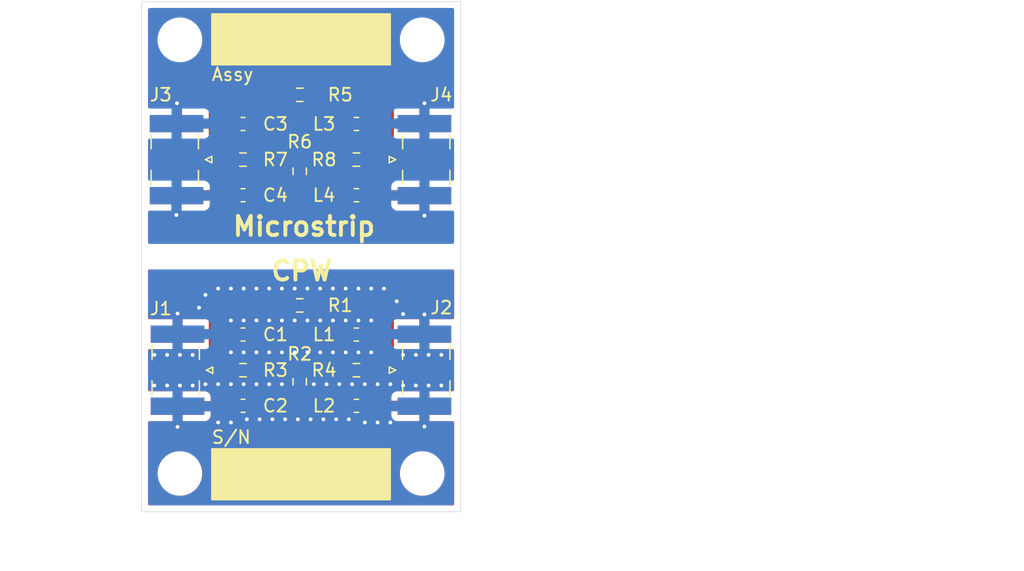
<source format=kicad_pcb>
(kicad_pcb (version 20240108) (generator "pcbnew") (generator_version "8.0")
  (title_block (title "Filtro de preenfasis") (date "2025-01-09") (rev "v1.3") (company "Cotti Nicolas Gabriel") (comment 1 "ncotti@frba.utn.edu.ar"))
  (layers (0 "F.Cu" signal) (31 "B.Cu" signal) (34 "B.Paste" user) (35 "F.Paste" user) (36 "B.SilkS" user "B.Silkscreen") (37 "F.SilkS" user "F.Silkscreen") (38 "B.Mask" user) (39 "F.Mask" user) (44 "Edge.Cuts" user))
  (net 0 "")
  (net 1 "Net-(J1-In)")
  (net 2 "Net-(C1-Pad2)")
  (net 3 "Net-(C2-Pad2)")
  (net 4 "Net-(J1-Ext)")
  (net 5 "Net-(J2-In)")
  (net 6 "Net-(R2-Pad1)")
  (net 7 "Net-(J3-In)")
  (net 8 "Net-(C3-Pad2)")
  (net 9 "Net-(C4-Pad2)")
  (net 10 "Net-(J4-In)")
  (net 11 "Net-(R6-Pad1)")
  (net 12 "Net-(J3-Ext)")
  (footprint "Inductor_SMD:L_0603_1608Metric_Pad1.05x0.95mm_HandSolder" (layer "F.Cu") (at 116.84 91.694)
    (property "Reference" "L2" (at -2.54 0 0) (layer "F.SilkS"))
    (property "Value" "150nH")
    (fp_line (start -0.171267 -0.51) (end 0.171267 -0.51) (stroke (width 0.12)) (layer "F.SilkS"))
    (fp_line (start -0.171267 0.51) (end 0.171267 0.51) (stroke (width 0.12)) (layer "F.SilkS"))
    (pad "1" smd roundrect (at -0.875 0) (size 1.05 0.95) (layers "F.Cu" "F.Paste" "F.Mask") (net 3 "Net-(C2-Pad2)"))
    (pad "2" smd roundrect (at 0.875 0) (size 1.05 0.95) (layers "F.Cu" "F.Paste" "F.Mask") (net 4 "Net-(J1-Ext)"))
  )
  (footprint "Resistor_SMD:R_0603_1608Metric_Pad0.98x0.95mm_HandSolder" (layer "F.Cu") (at 107.95 72.39)
    (property "Reference" "R7" (at 2.54 0 0) (layer "F.SilkS"))
    (property "Value" "49.9R")
    (fp_line (start -0.254724 -0.5225) (end 0.254724 -0.5225) (stroke (width 0.12)) (layer "F.SilkS"))
    (fp_line (start -0.254724 0.5225) (end 0.254724 0.5225) (stroke (width 0.12)) (layer "F.SilkS"))
    (pad "1" smd roundrect (at -0.9125 0) (size 0.975 0.95) (layers "F.Cu" "F.Paste" "F.Mask") (net 7 "Net-(J3-In)"))
    (pad "2" smd roundrect (at 0.9125 0) (size 0.975 0.95) (layers "F.Cu" "F.Paste" "F.Mask") (net 11 "Net-(R6-Pad1)"))
  )
  (footprint "MountingHole:MountingHole_3.2mm_M3_ISO7380" (layer "F.Cu") (at 122 63)
    (property "Reference" "H3" (hide yes))
    (property "Value" "M3")
    (pad "" np_thru_hole circle (at 0 0) (size 3.2 3.2) (drill 3.2) (layers "*.Cu" "*.Mask"))
  )
  (footprint "Inductor_SMD:L_0603_1608Metric_Pad1.05x0.95mm_HandSolder" (layer "F.Cu") (at 116.84 86.106)
    (property "Reference" "L1" (at -2.54 0 0) (layer "F.SilkS"))
    (property "Value" "150nH")
    (fp_line (start -0.171267 -0.51) (end 0.171267 -0.51) (stroke (width 0.12)) (layer "F.SilkS"))
    (fp_line (start -0.171267 0.51) (end 0.171267 0.51) (stroke (width 0.12)) (layer "F.SilkS"))
    (pad "1" smd roundrect (at -0.875 0) (size 1.05 0.95) (layers "F.Cu" "F.Paste" "F.Mask") (net 2 "Net-(C1-Pad2)"))
    (pad "2" smd roundrect (at 0.875 0) (size 1.05 0.95) (layers "F.Cu" "F.Paste" "F.Mask") (net 5 "Net-(J2-In)"))
  )
  (footprint "Resistor_SMD:R_0603_1608Metric_Pad0.98x0.95mm_HandSolder" (layer "F.Cu") (at 116.84 72.39)
    (property "Reference" "R8" (at -2.54 0 0) (layer "F.SilkS"))
    (property "Value" "49.9R")
    (fp_line (start -0.254724 -0.5225) (end 0.254724 -0.5225) (stroke (width 0.12)) (layer "F.SilkS"))
    (fp_line (start -0.254724 0.5225) (end 0.254724 0.5225) (stroke (width 0.12)) (layer "F.SilkS"))
    (pad "1" smd roundrect (at -0.9125 0) (size 0.975 0.95) (layers "F.Cu" "F.Paste" "F.Mask") (net 11 "Net-(R6-Pad1)"))
    (pad "2" smd roundrect (at 0.9125 0) (size 0.975 0.95) (layers "F.Cu" "F.Paste" "F.Mask") (net 10 "Net-(J4-In)"))
  )
  (footprint "Resistor_SMD:R_0603_1608Metric_Pad0.98x0.95mm_HandSolder" (layer "F.Cu") (at 116.84 88.9)
    (property "Reference" "R4" (at -2.54 0 0) (layer "F.SilkS"))
    (property "Value" "49.9R")
    (fp_line (start -0.254724 -0.5225) (end 0.254724 -0.5225) (stroke (width 0.12)) (layer "F.SilkS"))
    (fp_line (start -0.254724 0.5225) (end 0.254724 0.5225) (stroke (width 0.12)) (layer "F.SilkS"))
    (pad "1" smd roundrect (at -0.9125 0) (size 0.975 0.95) (layers "F.Cu" "F.Paste" "F.Mask") (net 6 "Net-(R2-Pad1)"))
    (pad "2" smd roundrect (at 0.9125 0) (size 0.975 0.95) (layers "F.Cu" "F.Paste" "F.Mask") (net 5 "Net-(J2-In)"))
  )
  (footprint "Resistor_SMD:R_0603_1608Metric_Pad0.98x0.95mm_HandSolder" (layer "F.Cu") (at 112.395 89.8125 -90)
    (property "Reference" "R2" (at -2.1825 0 180) (layer "F.SilkS"))
    (property "Value" "3R")
    (fp_line (start -0.254724 0.5225) (end 0.254724 0.5225) (stroke (width 0.12)) (layer "F.SilkS"))
    (fp_line (start -0.254724 -0.5225) (end 0.254724 -0.5225) (stroke (width 0.12)) (layer "F.SilkS"))
    (pad "1" smd roundrect (at -0.9125 0 270) (size 0.975 0.95) (layers "F.Cu" "F.Paste" "F.Mask") (net 6 "Net-(R2-Pad1)"))
    (pad "2" smd roundrect (at 0.9125 0 270) (size 0.975 0.95) (layers "F.Cu" "F.Paste" "F.Mask") (net 3 "Net-(C2-Pad2)"))
  )
  (footprint "MountingHole:MountingHole_3.2mm_M3_ISO7380" (layer "F.Cu") (at 103 63)
    (property "Reference" "H4" (hide yes))
    (property "Value" "M3")
    (pad "" np_thru_hole circle (at 0 0) (size 3.2 3.2) (drill 3.2) (layers "*.Cu" "*.Mask"))
  )
  (footprint "Connector_Coaxial:SMA_Samtec_SMA-J-P-X-ST-EM1_EdgeMount" (layer "F.Cu") (at 102.743 72.39 -90)
    (property "Reference" "J3" (at -5.08 1.243 180) (layer "F.SilkS"))
    (property "Value" "SMA H")
    (fp_line (start -1.95 2) (end -0.84 2) (stroke (width 0.12)) (layer "F.SilkS"))
    (fp_line (start 0.84 2) (end 1.95 2) (stroke (width 0.12)) (layer "F.SilkS"))
    (fp_line (start -1.95 -1.71) (end -0.84 -1.71) (stroke (width 0.12)) (layer "F.SilkS"))
    (fp_line (start 0.84 -1.71) (end 1.95 -1.71) (stroke (width 0.12)) (layer "F.SilkS"))
    (fp_line (start 0 -2.26) (end 0.25 -2.76) (stroke (width 0.12)) (layer "F.SilkS"))
    (fp_line (start -0.25 -2.76) (end 0 -2.26) (stroke (width 0.12)) (layer "F.SilkS"))
    (fp_line (start 0.25 -2.76) (end -0.25 -2.76) (stroke (width 0.12)) (layer "F.SilkS"))
    (pad "1" smd rect (at 0 0.2 270) (size 1.27 3.6) (layers "F.Cu" "F.Paste" "F.Mask") (net 7 "Net-(J3-In)"))
    (pad "2" smd rect (at -2.825 0 270) (size 1.35 4.2) (layers "F.Cu" "F.Paste" "F.Mask") (net 12 "Net-(J3-Ext)"))
    (pad "2" smd rect (at -2.825 0 270) (size 1.35 4.2) (layers "B.Cu" "B.Paste" "B.Mask") (net 12 "Net-(J3-Ext)"))
    (pad "2" smd rect (at 2.825 0 270) (size 1.35 4.2) (layers "F.Cu" "F.Paste" "F.Mask") (net 12 "Net-(J3-Ext)"))
    (pad "2" smd rect (at 2.825 0 270) (size 1.35 4.2) (layers "B.Cu" "B.Paste" "B.Mask") (net 12 "Net-(J3-Ext)"))
  )
  (footprint "Capacitor_SMD:C_0603_1608Metric_Pad1.08x0.95mm_HandSolder" (layer "F.Cu") (at 107.95 91.694)
    (property "Reference" "C2" (at 2.54 0 0) (layer "F.SilkS"))
    (property "Value" "62pF")
    (fp_line (start -0.146267 -0.51) (end 0.146267 -0.51) (stroke (width 0.12)) (layer "F.SilkS"))
    (fp_line (start -0.146267 0.51) (end 0.146267 0.51) (stroke (width 0.12)) (layer "F.SilkS"))
    (pad "1" smd roundrect (at -0.8625 0) (size 1.075 0.95) (layers "F.Cu" "F.Paste" "F.Mask") (net 4 "Net-(J1-Ext)"))
    (pad "2" smd roundrect (at 0.8625 0) (size 1.075 0.95) (layers "F.Cu" "F.Paste" "F.Mask") (net 3 "Net-(C2-Pad2)"))
  )
  (footprint "Resistor_SMD:R_0603_1608Metric_Pad0.98x0.95mm_HandSolder" (layer "F.Cu") (at 112.395 83.82)
    (property "Reference" "R1" (at 3.175 0 0) (layer "F.SilkS"))
    (property "Value" "825R")
    (fp_line (start -0.254724 -0.5225) (end 0.254724 -0.5225) (stroke (width 0.12)) (layer "F.SilkS"))
    (fp_line (start -0.254724 0.5225) (end 0.254724 0.5225) (stroke (width 0.12)) (layer "F.SilkS"))
    (pad "1" smd roundrect (at -0.9125 0) (size 0.975 0.95) (layers "F.Cu" "F.Paste" "F.Mask") (net 1 "Net-(J1-In)"))
    (pad "2" smd roundrect (at 0.9125 0) (size 0.975 0.95) (layers "F.Cu" "F.Paste" "F.Mask") (net 5 "Net-(J2-In)"))
  )
  (footprint "Capacitor_SMD:C_0603_1608Metric_Pad1.08x0.95mm_HandSolder" (layer "F.Cu") (at 107.95 86.106)
    (property "Reference" "C1" (at 2.54 0 0) (layer "F.SilkS"))
    (property "Value" "62pF")
    (fp_line (start -0.146267 -0.51) (end 0.146267 -0.51) (stroke (width 0.12)) (layer "F.SilkS"))
    (fp_line (start -0.146267 0.51) (end 0.146267 0.51) (stroke (width 0.12)) (layer "F.SilkS"))
    (pad "1" smd roundrect (at -0.8625 0) (size 1.075 0.95) (layers "F.Cu" "F.Paste" "F.Mask") (net 1 "Net-(J1-In)"))
    (pad "2" smd roundrect (at 0.8625 0) (size 1.075 0.95) (layers "F.Cu" "F.Paste" "F.Mask") (net 2 "Net-(C1-Pad2)"))
  )
  (footprint "Capacitor_SMD:C_0603_1608Metric_Pad1.08x0.95mm_HandSolder" (layer "F.Cu") (at 107.95 69.596)
    (property "Reference" "C3" (at 2.54 0 0) (layer "F.SilkS"))
    (property "Value" "62pF")
    (fp_line (start -0.146267 -0.51) (end 0.146267 -0.51) (stroke (width 0.12)) (layer "F.SilkS"))
    (fp_line (start -0.146267 0.51) (end 0.146267 0.51) (stroke (width 0.12)) (layer "F.SilkS"))
    (pad "1" smd roundrect (at -0.8625 0) (size 1.075 0.95) (layers "F.Cu" "F.Paste" "F.Mask") (net 7 "Net-(J3-In)"))
    (pad "2" smd roundrect (at 0.8625 0) (size 1.075 0.95) (layers "F.Cu" "F.Paste" "F.Mask") (net 8 "Net-(C3-Pad2)"))
  )
  (footprint "Inductor_SMD:L_0603_1608Metric_Pad1.05x0.95mm_HandSolder" (layer "F.Cu") (at 116.84 69.596)
    (property "Reference" "L3" (at -2.54 0 0) (layer "F.SilkS"))
    (property "Value" "150nH")
    (fp_line (start -0.171267 -0.51) (end 0.171267 -0.51) (stroke (width 0.12)) (layer "F.SilkS"))
    (fp_line (start -0.171267 0.51) (end 0.171267 0.51) (stroke (width 0.12)) (layer "F.SilkS"))
    (pad "1" smd roundrect (at -0.875 0) (size 1.05 0.95) (layers "F.Cu" "F.Paste" "F.Mask") (net 8 "Net-(C3-Pad2)"))
    (pad "2" smd roundrect (at 0.875 0) (size 1.05 0.95) (layers "F.Cu" "F.Paste" "F.Mask") (net 10 "Net-(J4-In)"))
  )
  (footprint "Resistor_SMD:R_0603_1608Metric_Pad0.98x0.95mm_HandSolder" (layer "F.Cu") (at 112.395 67.31)
    (property "Reference" "R5" (at 3.175 0 0) (layer "F.SilkS"))
    (property "Value" "825R")
    (fp_line (start -0.254724 -0.5225) (end 0.254724 -0.5225) (stroke (width 0.12)) (layer "F.SilkS"))
    (fp_line (start -0.254724 0.5225) (end 0.254724 0.5225) (stroke (width 0.12)) (layer "F.SilkS"))
    (pad "1" smd roundrect (at -0.9125 0) (size 0.975 0.95) (layers "F.Cu" "F.Paste" "F.Mask") (net 7 "Net-(J3-In)"))
    (pad "2" smd roundrect (at 0.9125 0) (size 0.975 0.95) (layers "F.Cu" "F.Paste" "F.Mask") (net 10 "Net-(J4-In)"))
  )
  (footprint "MountingHole:MountingHole_3.2mm_M3_ISO7380" (layer "F.Cu") (at 122 97)
    (property "Reference" "H1" (hide yes))
    (property "Value" "M3")
    (pad "" np_thru_hole circle (at 0 0) (size 3.2 3.2) (drill 3.2) (layers "*.Cu" "*.Mask"))
  )
  (footprint "Connector_Coaxial:SMA_Samtec_SMA-J-P-X-ST-EM1_EdgeMount" (layer "F.Cu") (at 122.174 88.9 90)
    (property "Reference" "J2" (at 4.9 1.326 180) (layer "F.SilkS"))
    (property "Value" "SMA H")
    (fp_line (start 0.25 -2.76) (end -0.25 -2.76) (stroke (width 0.12)) (layer "F.SilkS"))
    (fp_line (start -0.25 -2.76) (end 0 -2.26) (stroke (width 0.12)) (layer "F.SilkS"))
    (fp_line (start 0 -2.26) (end 0.25 -2.76) (stroke (width 0.12)) (layer "F.SilkS"))
    (fp_line (start 0.84 -1.71) (end 1.95 -1.71) (stroke (width 0.12)) (layer "F.SilkS"))
    (fp_line (start -1.95 -1.71) (end -0.84 -1.71) (stroke (width 0.12)) (layer "F.SilkS"))
    (fp_line (start 0.84 2) (end 1.95 2) (stroke (width 0.12)) (layer "F.SilkS"))
    (fp_line (start -1.95 2) (end -0.84 2) (stroke (width 0.12)) (layer "F.SilkS"))
    (pad "1" smd rect (at 0 0.2 90) (size 1.27 3.6) (layers "F.Cu" "F.Paste" "F.Mask") (net 5 "Net-(J2-In)"))
    (pad "2" smd rect (at -2.825 0 90) (size 1.35 4.2) (layers "F.Cu" "F.Paste" "F.Mask") (net 4 "Net-(J1-Ext)"))
    (pad "2" smd rect (at -2.825 0 90) (size 1.35 4.2) (layers "B.Cu" "B.Paste" "B.Mask") (net 4 "Net-(J1-Ext)"))
    (pad "2" smd rect (at 2.825 0 90) (size 1.35 4.2) (layers "F.Cu" "F.Paste" "F.Mask") (net 4 "Net-(J1-Ext)"))
    (pad "2" smd rect (at 2.825 0 90) (size 1.35 4.2) (layers "B.Cu" "B.Paste" "B.Mask") (net 4 "Net-(J1-Ext)"))
  )
  (footprint "Resistor_SMD:R_0603_1608Metric_Pad0.98x0.95mm_HandSolder" (layer "F.Cu") (at 112.395 73.3025 -90)
    (property "Reference" "R6" (at -2.3095 0 180) (layer "F.SilkS"))
    (property "Value" "3R")
    (fp_line (start -0.254724 0.5225) (end 0.254724 0.5225) (stroke (width 0.12)) (layer "F.SilkS"))
    (fp_line (start -0.254724 -0.5225) (end 0.254724 -0.5225) (stroke (width 0.12)) (layer "F.SilkS"))
    (pad "1" smd roundrect (at -0.9125 0 270) (size 0.975 0.95) (layers "F.Cu" "F.Paste" "F.Mask") (net 11 "Net-(R6-Pad1)"))
    (pad "2" smd roundrect (at 0.9125 0 270) (size 0.975 0.95) (layers "F.Cu" "F.Paste" "F.Mask") (net 9 "Net-(C4-Pad2)"))
  )
  (footprint "Connector_Coaxial:SMA_Samtec_SMA-J-P-X-ST-EM1_EdgeMount" (layer "F.Cu") (at 122.174 72.39 90)
    (property "Reference" "J4" (at 5.08 1.326 180) (layer "F.SilkS"))
    (property "Value" "SMA H")
    (fp_line (start 0.25 -2.76) (end -0.25 -2.76) (stroke (width 0.12)) (layer "F.SilkS"))
    (fp_line (start -0.25 -2.76) (end 0 -2.26) (stroke (width 0.12)) (layer "F.SilkS"))
    (fp_line (start 0 -2.26) (end 0.25 -2.76) (stroke (width 0.12)) (layer "F.SilkS"))
    (fp_line (start 0.84 -1.71) (end 1.95 -1.71) (stroke (width 0.12)) (layer "F.SilkS"))
    (fp_line (start -1.95 -1.71) (end -0.84 -1.71) (stroke (width 0.12)) (layer "F.SilkS"))
    (fp_line (start 0.84 2) (end 1.95 2) (stroke (width 0.12)) (layer "F.SilkS"))
    (fp_line (start -1.95 2) (end -0.84 2) (stroke (width 0.12)) (layer "F.SilkS"))
    (pad "1" smd rect (at 0 0.2 90) (size 1.27 3.6) (layers "F.Cu" "F.Paste" "F.Mask") (net 10 "Net-(J4-In)"))
    (pad "2" smd rect (at -2.825 0 90) (size 1.35 4.2) (layers "F.Cu" "F.Paste" "F.Mask") (net 12 "Net-(J3-Ext)"))
    (pad "2" smd rect (at -2.825 0 90) (size 1.35 4.2) (layers "B.Cu" "B.Paste" "B.Mask") (net 12 "Net-(J3-Ext)"))
    (pad "2" smd rect (at 2.825 0 90) (size 1.35 4.2) (layers "F.Cu" "F.Paste" "F.Mask") (net 12 "Net-(J3-Ext)"))
    (pad "2" smd rect (at 2.825 0 90) (size 1.35 4.2) (layers "B.Cu" "B.Paste" "B.Mask") (net 12 "Net-(J3-Ext)"))
  )
  (footprint "Connector_Coaxial:SMA_Samtec_SMA-J-P-X-ST-EM1_EdgeMount" (layer "F.Cu") (at 102.816 88.9 -90)
    (property "Reference" "J1" (at -4.826 1.316 180) (layer "F.SilkS"))
    (property "Value" "SMA H")
    (fp_line (start -1.95 2) (end -0.84 2) (stroke (width 0.12)) (layer "F.SilkS"))
    (fp_line (start 0.84 2) (end 1.95 2) (stroke (width 0.12)) (layer "F.SilkS"))
    (fp_line (start -1.95 -1.71) (end -0.84 -1.71) (stroke (width 0.12)) (layer "F.SilkS"))
    (fp_line (start 0.84 -1.71) (end 1.95 -1.71) (stroke (width 0.12)) (layer "F.SilkS"))
    (fp_line (start 0 -2.26) (end 0.25 -2.76) (stroke (width 0.12)) (layer "F.SilkS"))
    (fp_line (start -0.25 -2.76) (end 0 -2.26) (stroke (width 0.12)) (layer "F.SilkS"))
    (fp_line (start 0.25 -2.76) (end -0.25 -2.76) (stroke (width 0.12)) (layer "F.SilkS"))
    (pad "1" smd rect (at 0 0.2 270) (size 1.27 3.6) (layers "F.Cu" "F.Paste" "F.Mask") (net 1 "Net-(J1-In)"))
    (pad "2" smd rect (at -2.825 0 270) (size 1.35 4.2) (layers "F.Cu" "F.Paste" "F.Mask") (net 4 "Net-(J1-Ext)"))
    (pad "2" smd rect (at -2.825 0 270) (size 1.35 4.2) (layers "B.Cu" "B.Paste" "B.Mask") (net 4 "Net-(J1-Ext)"))
    (pad "2" smd rect (at 2.825 0 270) (size 1.35 4.2) (layers "F.Cu" "F.Paste" "F.Mask") (net 4 "Net-(J1-Ext)"))
    (pad "2" smd rect (at 2.825 0 270) (size 1.35 4.2) (layers "B.Cu" "B.Paste" "B.Mask") (net 4 "Net-(J1-Ext)"))
  )
  (footprint "MountingHole:MountingHole_3.2mm_M3_ISO7380" (layer "F.Cu") (at 103 97)
    (property "Reference" "H2" (hide yes))
    (property "Value" "M3")
    (pad "" np_thru_hole circle (at 0 0) (size 3.2 3.2) (drill 3.2) (layers "*.Cu" "*.Mask"))
  )
  (footprint "Capacitor_SMD:C_0603_1608Metric_Pad1.08x0.95mm_HandSolder" (layer "F.Cu") (at 107.95 75.184)
    (property "Reference" "C4" (at 2.54 0 0) (layer "F.SilkS"))
    (property "Value" "62pF")
    (fp_line (start -0.146267 -0.51) (end 0.146267 -0.51) (stroke (width 0.12)) (layer "F.SilkS"))
    (fp_line (start -0.146267 0.51) (end 0.146267 0.51) (stroke (width 0.12)) (layer "F.SilkS"))
    (pad "1" smd roundrect (at -0.8625 0) (size 1.075 0.95) (layers "F.Cu" "F.Paste" "F.Mask") (net 12 "Net-(J3-Ext)"))
    (pad "2" smd roundrect (at 0.8625 0) (size 1.075 0.95) (layers "F.Cu" "F.Paste" "F.Mask") (net 9 "Net-(C4-Pad2)"))
  )
  (footprint "Resistor_SMD:R_0603_1608Metric_Pad0.98x0.95mm_HandSolder" (layer "F.Cu") (at 107.95 88.9)
    (property "Reference" "R3" (at 2.54 0 0) (layer "F.SilkS"))
    (property "Value" "49.9R")
    (fp_line (start -0.254724 -0.5225) (end 0.254724 -0.5225) (stroke (width 0.12)) (layer "F.SilkS"))
    (fp_line (start -0.254724 0.5225) (end 0.254724 0.5225) (stroke (width 0.12)) (layer "F.SilkS"))
    (pad "1" smd roundrect (at -0.9125 0) (size 0.975 0.95) (layers "F.Cu" "F.Paste" "F.Mask") (net 1 "Net-(J1-In)"))
    (pad "2" smd roundrect (at 0.9125 0) (size 0.975 0.95) (layers "F.Cu" "F.Paste" "F.Mask") (net 6 "Net-(R2-Pad1)"))
  )
  (footprint "Inductor_SMD:L_0603_1608Metric_Pad1.05x0.95mm_HandSolder" (layer "F.Cu") (at 116.84 75.184)
    (property "Reference" "L4" (at -2.54 0 0) (layer "F.SilkS"))
    (property "Value" "150nH")
    (fp_line (start -0.171267 -0.51) (end 0.171267 -0.51) (stroke (width 0.12)) (layer "F.SilkS"))
    (fp_line (start -0.171267 0.51) (end 0.171267 0.51) (stroke (width 0.12)) (layer "F.SilkS"))
    (pad "1" smd roundrect (at -0.875 0) (size 1.05 0.95) (layers "F.Cu" "F.Paste" "F.Mask") (net 9 "Net-(C4-Pad2)"))
    (pad "2" smd roundrect (at 0.875 0) (size 1.05 0.95) (layers "F.Cu" "F.Paste" "F.Mask") (net 12 "Net-(J3-Ext)"))
  )
  (gr_rect (start 105.5 95.06) (end 119.5 99.06) (stroke (width 0.1)) (fill solid) (layer "F.SilkS"))
  (gr_rect (start 105.5 60.96) (end 119.5 64.96) (stroke (width 0.1)) (fill solid) (layer "F.SilkS"))
  (gr_rect (start 100 60) (end 125 100) (stroke (width 0.05)) (fill none) (layer "Edge.Cuts"))
  (gr_text "CPW" (at 110 82 0) (layer "F.SilkS") (effects (font (size 1.5 1.5) (thickness 0.3) (bold yes)) (justify left bottom)))
  (gr_text "Assy" (at 105.41 66.294 0) (layer "F.SilkS") (effects (font (size 1 1)) (justify left bottom)))
  (gr_text "S/N\n" (at 105.41 94.742 0) (layer "F.SilkS") (effects (font (size 1 1)) (justify left bottom)))
  (gr_text "Microstrip" (at 107 78.5 0) (layer "F.SilkS") (effects (font (size 1.5 1.5) (thickness 0.3) (bold yes)) (justify left bottom)))
  (segment (start 105.664 86.106) (end 105.664 84.328) (width 0.8) (layer "F.Cu") (net 1))
  (segment (start 105.664 88.9) (end 107.0375 88.9) (width 0.8) (layer "F.Cu") (net 1))
  (segment (start 106.172 83.82) (end 111.4825 83.82) (width 0.8) (layer "F.Cu") (net 1))
  (segment (start 105.664 84.328) (end 106.172 83.82) (width 0.8) (layer "F.Cu") (net 1))
  (segment (start 102.416 88.9) (end 105.664 88.9) (width 0.8) (layer "F.Cu") (net 1))
  (segment (start 105.664 88.9) (end 105.664 86.106) (width 0.8) (layer "F.Cu") (net 1))
  (segment (start 107.0875 86.106) (end 105.664 86.106) (width 0.8) (layer "F.Cu") (net 1))
  (segment (start 108.8125 86.106) (end 115.965 86.106) (width 0.8) (layer "F.Cu") (net 2))
  (segment (start 112.395 90.725) (end 112.395 91.694) (width 0.8) (layer "F.Cu") (net 3))
  (segment (start 108.8125 91.694) (end 112.395 91.694) (width 0.8) (layer "F.Cu") (net 3))
  (segment (start 112.395 91.694) (end 115.965 91.694) (width 0.8) (layer "F.Cu") (net 3))
  (segment (start 122.174 86.075) (end 122.174 84.5312) (width 0.8) (layer "F.Cu") (net 4))
  (segment (start 102.816 93.345) (end 102.816 91.725) (width 0.8) (layer "F.Cu") (net 4))
  (segment (start 117.715 91.694) (end 122.324 91.694) (width 0.8) (layer "F.Cu") (net 4))
  (segment (start 122.174 91.725) (end 122.174 93.3196) (width 0.8) (layer "F.Cu") (net 4))
  (segment (start 102.816 84.455) (end 102.816 86.075) (width 0.8) (layer "F.Cu") (net 4))
  (segment (start 107.0565 91.725) (end 107.0875 91.694) (width 0.8) (layer "F.Cu") (net 4))
  (segment (start 102.816 91.725) (end 107.0565 91.725) (width 0.8) (layer "F.Cu") (net 4))
  (via (at 115.5 90) (size 0.6) (drill 0.3) (layers "F.Cu" "B.Cu") (net 4))
  (via (at 112 85) (size 0.6) (drill 0.3) (layers "F.Cu" "B.Cu") (net 4))
  (via (at 122.5 87.7) (size 0.6) (drill 0.3) (layers "F.Cu" "B.Cu") (net 4))
  (via (at 113 82.5) (size 0.6) (drill 0.3) (layers "F.Cu" "B.Cu") (net 4))
  (via (at 113 85) (size 0.6) (drill 0.3) (layers "F.Cu" "B.Cu") (net 4))
  (via (at 118.5 93) (size 0.6) (drill 0.3) (layers "F.Cu" "B.Cu") (net 4))
  (via (at 120 83.5) (size 0.6) (drill 0.3) (layers "F.Cu" "B.Cu") (net 4))
  (via (at 104 87.7) (size 0.6) (drill 0.3) (layers "F.Cu" "B.Cu") (net 4))
  (via (at 104.5 84) (size 0.6) (drill 0.3) (layers "F.Cu" "B.Cu") (net 4))
  (via (at 105 83) (size 0.6) (drill 0.3) (layers "F.Cu" "B.Cu") (net 4))
  (via (at 109 85) (size 0.6) (drill 0.3) (layers "F.Cu" "B.Cu") (net 4))
  (via (at 116.25 92.75) (size 0.6) (drill 0.3) (layers "F.Cu" "B.Cu") (net 4))
  (via (at 121.5 87.7) (size 0.6) (drill 0.3) (layers "F.Cu" "B.Cu") (net 4))
  (via (at 116.5 90) (size 0.6) (drill 0.3) (layers "F.Cu" "B.Cu") (net 4))
  (via (at 101 90.1) (size 0.6) (drill 0.3) (layers "F.Cu" "B.Cu") (net 4))
  (via (at 115 82.5) (size 0.6) (drill 0.3) (layers "F.Cu" "B.Cu") (net 4))
  (via (at 116 85) (size 0.6) (drill 0.3) (layers "F.Cu" "B.Cu") (net 4))
  (via (at 119 82.5) (size 0.6) (drill 0.3) (layers "F.Cu" "B.Cu") (net 4))
  (via (at 102.816 84.455) (size 0.6) (drill 0.3) (layers "F.Cu" "B.Cu") (net 4))
  (via (at 107 87.5) (size 0.6) (drill 0.3) (layers "F.Cu" "B.Cu") (net 4))
  (via (at 113.25 92.75) (size 0.6) (drill 0.3) (layers "F.Cu" "B.Cu") (net 4))
  (via (at 117.5 90) (size 0.6) (drill 0.3) (layers "F.Cu" "B.Cu") (net 4))
  (via (at 122.174 93.3196) (size 0.6) (drill 0.3) (layers "F.Cu" "B.Cu") (net 4))
  (via (at 120.5 87.7) (size 0.6) (drill 0.3) (layers "F.Cu" "B.Cu") (net 4))
  (via (at 114.25 92.75) (size 0.6) (drill 0.3) (layers "F.Cu" "B.Cu") (net 4))
  (via (at 110 82.5) (size 0.6) (drill 0.3) (layers "F.Cu" "B.Cu") (net 4))
  (via (at 107 85) (size 0.6) (drill 0.3) (layers "F.Cu" "B.Cu") (net 4))
  (via (at 117.5 93) (size 0.6) (drill 0.3) (layers "F.Cu" "B.Cu") (net 4))
  (via (at 106 93) (size 0.6) (drill 0.3) (layers "F.Cu" "B.Cu") (net 4))
  (via (at 104 90.1) (size 0.6) (drill 0.3) (layers "F.Cu" "B.Cu") (net 4))
  (via (at 110 87.5) (size 0.6) (drill 0.3) (layers "F.Cu" "B.Cu") (net 4))
  (via (at 111 85) (size 0.6) (drill 0.3) (layers "F.Cu" "B.Cu") (net 4))
  (via (at 119.5 90) (size 0.6) (drill 0.3) (layers "F.Cu" "B.Cu") (net 4))
  (via (at 115.25 92.75) (size 0.6) (drill 0.3) (layers "F.Cu" "B.Cu") (net 4))
  (via (at 121.5 90.1) (size 0.6) (drill 0.3) (layers "F.Cu" "B.Cu") (net 4))
  (via (at 122.174 84.5312) (size 0.6) (drill 0.3) (layers "F.Cu" "B.Cu") (net 4))
  (via (at 111.25 92.75) (size 0.6) (drill 0.3) (layers "F.Cu" "B.Cu") (net 4))
  (via (at 119.5 93) (size 0.6) (drill 0.3) (layers "F.Cu" "B.Cu") (net 4))
  (via (at 112 87.5) (size 0.6) (drill 0.3) (layers "F.Cu" "B.Cu") (net 4))
  (via (at 118 87.5) (size 0.6) (drill 0.3) (layers "F.Cu" "B.Cu") (net 4))
  (via (at 110 85) (size 0.6) (drill 0.3) (layers "F.Cu" "B.Cu") (net 4))
  (via (at 122.5 90.1) (size 0.6) (drill 0.3) (layers "F.Cu" "B.Cu") (net 4))
  (via (at 103 90.1) (size 0.6) (drill 0.3) (layers "F.Cu" "B.Cu") (net 4))
  (via (at 120.5 90.1) (size 0.6) (drill 0.3) (layers "F.Cu" "B.Cu") (net 4))
  (via (at 123.5 90.1) (size 0.6) (drill 0.3) (layers "F.Cu" "B.Cu") (net 4))
  (via (at 117 87.5) (size 0.6) (drill 0.3) (layers "F.Cu" "B.Cu") (net 4))
  (via (at 107 93) (size 0.6) (drill 0.3) (layers "F.Cu" "B.Cu") (net 4))
  (via (at 109 82.5) (size 0.6) (drill 0.3) (layers "F.Cu" "B.Cu") (net 4))
  (via (at 120.5 84.5) (size 0.6) (drill 0.3) (layers "F.Cu" "B.Cu") (net 4))
  (via (at 118 85) (size 0.6) (drill 0.3) (layers "F.Cu" "B.Cu") (net 4))
  (via (at 114 82.5) (size 0.6) (drill 0.3) (layers "F.Cu" "B.Cu") (net 4))
  (via (at 115 85) (size 0.6) (drill 0.3) (layers "F.Cu" "B.Cu") (net 4))
  (via (at 110.25 92.75) (size 0.6) (drill 0.3) (layers "F.Cu" "B.Cu") (net 4))
  (via (at 108 82.5) (size 0.6) (drill 0.3) (layers "F.Cu" "B.Cu") (net 4))
  (via (at 117 82.5) (size 0.6) (drill 0.3) (layers "F.Cu" "B.Cu") (net 4))
  (via (at 116 87.5) (size 0.6) (drill 0.3) (layers "F.Cu" "B.Cu") (net 4))
  (via (at 108 85) (size 0.6) (drill 0.3) (layers "F.Cu" "B.Cu") (net 4))
  (via (at 102.816 93.345) (size 0.6) (drill 0.3) (layers "F.Cu" "B.Cu") (net 4))
  (via (at 117 85) (size 0.6) (drill 0.3) (layers "F.Cu" "B.Cu") (net 4))
  (via (at 105 90) (size 0.6) (drill 0.3) (layers "F.Cu" "B.Cu") (net 4))
  (via (at 116 82.5) (size 0.6) (drill 0.3) (layers "F.Cu" "B.Cu") (net 4))
  (via (at 113.5 90) (size 0.6) (drill 0.3) (layers "F.Cu" "B.Cu") (net 4))
  (via (at 108 87.5) (size 0.6) (drill 0.3) (layers "F.Cu" "B.Cu") (net 4))
  (via (at 102 90.1) (size 0.6) (drill 0.3) (layers "F.Cu" "B.Cu") (net 4))
  (via (at 107 82.5) (size 0.6) (drill 0.3) (layers "F.Cu" "B.Cu") (net 4))
  (via (at 111 87.5) (size 0.6) (drill 0.3) (layers "F.Cu" "B.Cu") (net 4))
  (via (at 115 87.5) (size 0.6) (drill 0.3) (layers "F.Cu" "B.Cu") (net 4))
  (via (at 113 87.5) (size 0.6) (drill 0.3) (layers "F.Cu" "B.Cu") (net 4))
  (via (at 112.25 92.75) (size 0.6) (drill 0.3) (layers "F.Cu" "B.Cu") (net 4))
  (via (at 109 87.5) (size 0.6) (drill 0.3) (layers "F.Cu" "B.Cu") (net 4))
  (via (at 106 82.5) (size 0.6) (drill 0.3) (layers "F.Cu" "B.Cu") (net 4))
  (via (at 101 87.7) (size 0.6) (drill 0.3) (layers "F.Cu" "B.Cu") (net 4))
  (via (at 114.5 90) (size 0.6) (drill 0.3) (layers "F.Cu" "B.Cu") (net 4))
  (via (at 103 87.7) (size 0.6) (drill 0.3) (layers "F.Cu" "B.Cu") (net 4))
  (via (at 118 82.5) (size 0.6) (drill 0.3) (layers "F.Cu" "B.Cu") (net 4))
  (via (at 110 90) (size 0.6) (drill 0.3) (layers "F.Cu" "B.Cu") (net 4))
  (via (at 109 90) (size 0.6) (drill 0.3) (layers "F.Cu" "B.Cu") (net 4))
  (via (at 111 90) (size 0.6) (drill 0.3) (layers "F.Cu" "B.Cu") (net 4))
  (via (at 112 82.5) (size 0.6) (drill 0.3) (layers "F.Cu" "B.Cu") (net 4))
  (via (at 123.5 87.7) (size 0.6) (drill 0.3) (layers "F.Cu" "B.Cu") (net 4))
  (via (at 107 90) (size 0.6) (drill 0.3) (layers "F.Cu" "B.Cu") (net 4))
  (via (at 111 82.5) (size 0.6) (drill 0.3) (layers "F.Cu" "B.Cu") (net 4))
  (via (at 109.25 92.75) (size 0.6) (drill 0.3) (layers "F.Cu" "B.Cu") (net 4))
  (via (at 114 85) (size 0.6) (drill 0.3) (layers "F.Cu" "B.Cu") (net 4))
  (via (at 106 90) (size 0.6) (drill 0.3) (layers "F.Cu" "B.Cu") (net 4))
  (via (at 118.5 90) (size 0.6) (drill 0.3) (layers "F.Cu" "B.Cu") (net 4))
  (via (at 102 87.7) (size 0.6) (drill 0.3) (layers "F.Cu" "B.Cu") (net 4))
  (via (at 108 90) (size 0.6) (drill 0.3) (layers "F.Cu" "B.Cu") (net 4))
  (via (at 114 87.5) (size 0.6) (drill 0.3) (layers "F.Cu" "B.Cu") (net 4))
  (via (at 108.25 92.75) (size 0.6) (drill 0.3) (layers "F.Cu" "B.Cu") (net 4))
  (segment (start 122.555 88.9) (end 119.38 88.9) (width 0.8) (layer "F.Cu") (net 5))
  (segment (start 119.38 84.328) (end 118.872 83.82) (width 0.8) (layer "F.Cu") (net 5))
  (segment (start 119.38 88.9) (end 117.7525 88.9) (width 0.8) (layer "F.Cu") (net 5))
  (segment (start 118.872 83.82) (end 113.3075 83.82) (width 0.8) (layer "F.Cu") (net 5))
  (segment (start 119.38 86.106) (end 119.38 88.9) (width 0.8) (layer "F.Cu") (net 5))
  (segment (start 119.38 86.106) (end 119.38 84.328) (width 0.8) (layer "F.Cu") (net 5))
  (segment (start 117.715 86.106) (end 119.38 86.106) (width 0.8) (layer "F.Cu") (net 5))
  (segment (start 108.8625 88.9) (end 112.395 88.9) (width 0.8) (layer "F.Cu") (net 6))
  (segment (start 112.395 88.9) (end 115.9275 88.9) (width 0.8) (layer "F.Cu") (net 6))
  (segment (start 102.362 72.39) (end 105.664 72.39) (width 0.8) (layer "F.Cu") (net 7))
  (segment (start 106.1955 67.31) (end 111.4825 67.31) (width 0.8) (layer "F.Cu") (net 7))
  (segment (start 105.664 72.39) (end 107.0375 72.39) (width 0.8) (layer "F.Cu") (net 7))
  (segment (start 105.664 72.39) (end 105.664 69.596) (width 0.8) (layer "F.Cu") (net 7))
  (segment (start 111.4825 67.31) (end 111.506 67.31) (width 0.8) (layer "F.Cu") (net 7))
  (segment (start 105.664 69.596) (end 107.0875 69.596) (width 0.8) (layer "F.Cu") (net 7))
  (segment (start 105.664 69.596) (end 105.664 67.8415) (width 0.8) (layer "F.Cu") (net 7))
  (segment (start 105.664 67.8415) (end 106.1955 67.31) (width 0.8) (layer "F.Cu") (net 7))
  (segment (start 115.965 69.596) (end 108.8125 69.596) (width 0.8) (layer "F.Cu") (net 8))
  (segment (start 112.395 75.184) (end 115.965 75.184) (width 0.8) (layer "F.Cu") (net 9))
  (segment (start 108.8125 75.184) (end 112.395 75.184) (width 0.8) (layer "F.Cu") (net 9))
  (segment (start 112.395 74.215) (end 112.395 75.184) (width 0.8) (layer "F.Cu") (net 9))
  (segment (start 119.38 72.39) (end 117.7525 72.39) (width 0.8) (layer "F.Cu") (net 10))
  (segment (start 119.38 69.596) (end 119.38 72.39) (width 0.8) (layer "F.Cu") (net 10))
  (segment (start 122.628 72.39) (end 119.38 72.39) (width 0.8) (layer "F.Cu") (net 10))
  (segment (start 117.715 69.596) (end 119.38 69.596) (width 0.8) (layer "F.Cu") (net 10))
  (segment (start 118.872 67.31) (end 113.3075 67.31) (width 0.8) (layer "F.Cu") (net 10))
  (segment (start 119.38 67.818) (end 118.872 67.31) (width 0.8) (layer "F.Cu") (net 10))
  (segment (start 119.38 69.596) (end 119.38 67.818) (width 0.8) (layer "F.Cu") (net 10))
  (segment (start 108.8625 72.39) (end 115.9275 72.39) (width 0.8) (layer "F.Cu") (net 11))
  (segment (start 102.725 75.233) (end 102.743 75.215) (width 0.8) (layer "F.Cu") (net 12))
  (segment (start 102.725 76.7315) (end 102.725 75.233) (width 0.8) (layer "F.Cu") (net 12))
  (segment (start 107.0875 75.184) (end 102.593 75.184) (width 0.8) (layer "F.Cu") (net 12))
  (segment (start 122.174 69.565) (end 122.174 67.9685) (width 0.8) (layer "F.Cu") (net 12))
  (segment (start 117.715 75.184) (end 122.397 75.184) (width 0.8) (layer "F.Cu") (net 12))
  (segment (start 122.397 75.184) (end 122.428 75.215) (width 0.8) (layer "F.Cu") (net 12))
  (segment (start 102.7684 67.9685) (end 102.7684 69.5396) (width 0.8) (layer "F.Cu") (net 12))
  (segment (start 102.7684 69.5396) (end 102.743 69.565) (width 0.8) (layer "F.Cu") (net 12))
  (segment (start 102.593 75.184) (end 102.562 75.215) (width 0.8) (layer "F.Cu") (net 12))
  (segment (start 122.174 76.7823) (end 122.174 75.215) (width 0.8) (layer "F.Cu") (net 12))
  (via (at 102.7684 67.9685) (size 0.6) (drill 0.3) (layers "F.Cu" "B.Cu") (net 12))
  (via (at 122.174 67.9685) (size 0.6) (drill 0.3) (layers "F.Cu" "B.Cu") (net 12))
  (via (at 122.174 76.7823) (size 0.6) (drill 0.3) (layers "F.Cu" "B.Cu") (net 12))
  (via (at 102.725 76.7315) (size 0.6) (drill 0.3) (layers "F.Cu" "B.Cu") (net 12))
  (zone (net 4) (net_name "Net-(J1-Ext)") (layer "F.Cu") (priority 2) (connect_pads (clearance 0.2)) (min_thickness 0.25) (fill yes (thermal_gap 0.5) (thermal_bridge_width 0.5))
    (polygon (pts (xy 100.5 81) (xy 124.5 81) (xy 124.5 99.5) (xy 100.5 99.5)))
  )
  (zone (net 4) (net_name "Net-(J1-Ext)") (layer "B.Cu") (name "gnd") (connect_pads (clearance 0.5)) (min_thickness 0.5) (fill yes (thermal_gap 0.5) (thermal_bridge_width 0.8) (island_removal_mode 1) (island_area_min 10))
    (polygon (pts (xy 100.5 99.5) (xy 100.5 81) (xy 124.5 81) (xy 124.5 99.5)))
  )
  (zone (net 12) (net_name "Net-(J3-Ext)") (layer "B.Cu") (priority 1) (connect_pads (clearance 0.5)) (min_thickness 0.25) (fill yes (thermal_gap 0.5) (thermal_bridge_width 0.8))
    (polygon (pts (xy 100.5 60.5) (xy 124.5 60.5) (xy 124.5 79) (xy 100.5 79)))
  )
)
</source>
